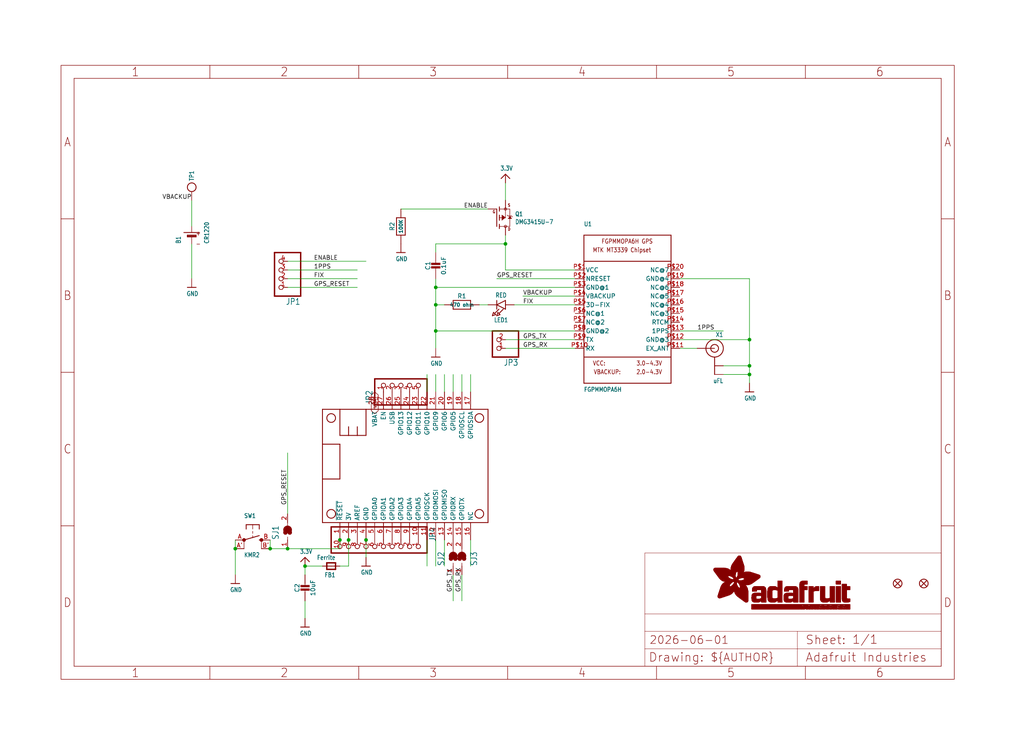
<source format=kicad_sch>
(kicad_sch (version 20230121) (generator eeschema)
  (paper "User" 298.45 217.322)
  (lib_symbols
    (symbol "working-eagle-import:3.3V" (power)
      (property "Value" "3.3V" (at -1.524 1.016 0))
      (symbol "3.3V_1_0"
        (pin power_in line (at 0 -2.54 90) (length 2.54) (name "3.3V") (number "1"))
      )
    )
    (symbol "working-eagle-import:ANTENNA_U.FL"
      (property "Reference" "X" (at -2.54 3.302 0))
      (symbol "ANTENNA_U.FL_1_0"
        (pin passive line (at -2.54 -5.08 0) (length 2.54) (name "GND@0") (number "1"))
        (pin passive line (at -2.54 -7.62 0) (length 2.54) (name "GND@1") (number "2"))
        (pin passive line (at 5.08 0 180) (length 5.08) (name "SIGNAL") (number "3"))
      )
    )
    (symbol "working-eagle-import:BATTERYCR1220_2"
      (property "Reference" "B" (at -2.54 3.175 0))
      (symbol "BATTERYCR1220_2_1_0"
        (text "+" (at 1.27 -1.143 900) (effects (font (size 1.27 1.0795)) (justify right top)))
        (text "-" (at -1.778 -1.143 900) (effects (font (size 1.27 1.0795)) (justify right top)))
        (pin passive line (at 2.54 0 180) (length 0) (name "+") (number "+"))
        (pin passive line (at -2.54 0 0) (length 0) (name "-") (number "-"))
      )
    )
    (symbol "working-eagle-import:CAP_CERAMIC0805-NOOUTLINE"
      (property "Reference" "C" (at -2.29 1.25 90))
      (symbol "CAP_CERAMIC0805-NOOUTLINE_1_0"
        (pin passive line (at 0 5.08 270) (length 2.54) (name "1") (number "1"))
        (pin passive line (at 0 -2.54 90) (length 2.54) (name "2") (number "2"))
      )
    )
    (symbol "working-eagle-import:FEATHERWING"
      (symbol "FEATHERWING_1_0"
        (pin input line (at 5.08 -5.08 90) (length 5.08) (name "~{RESET}") (number "1"))
        (pin bidirectional line (at 27.94 -5.08 90) (length 5.08) (name "GPIOA5") (number "10"))
        (pin bidirectional line (at 30.48 -5.08 90) (length 5.08) (name "GPIOSCK") (number "11"))
        (pin bidirectional line (at 33.02 -5.08 90) (length 5.08) (name "GPIOMOSI") (number "12"))
        (pin bidirectional line (at 35.56 -5.08 90) (length 5.08) (name "GPIOMISO") (number "13"))
        (pin bidirectional line (at 38.1 -5.08 90) (length 5.08) (name "GPIORX") (number "14"))
        (pin bidirectional line (at 40.64 -5.08 90) (length 5.08) (name "GPIOTX") (number "15"))
        (pin passive line (at 43.18 -5.08 90) (length 5.08) (name "NC") (number "16"))
        (pin bidirectional line (at 43.18 38.1 270) (length 5.08) (name "GPIOSDA") (number "17"))
        (pin bidirectional line (at 40.64 38.1 270) (length 5.08) (name "GPIOSCL") (number "18"))
        (pin bidirectional line (at 38.1 38.1 270) (length 5.08) (name "GPIO5") (number "19"))
        (pin power_in line (at 7.62 -5.08 90) (length 5.08) (name "3V") (number "2"))
        (pin bidirectional line (at 35.56 38.1 270) (length 5.08) (name "GPIO6") (number "20"))
        (pin bidirectional line (at 33.02 38.1 270) (length 5.08) (name "GPIO9") (number "21"))
        (pin bidirectional line (at 30.48 38.1 270) (length 5.08) (name "GPIO10") (number "22"))
        (pin bidirectional line (at 27.94 38.1 270) (length 5.08) (name "GPIO11") (number "23"))
        (pin bidirectional line (at 25.4 38.1 270) (length 5.08) (name "GPIO12") (number "24"))
        (pin bidirectional line (at 22.86 38.1 270) (length 5.08) (name "GPIO13") (number "25"))
        (pin power_in line (at 20.32 38.1 270) (length 5.08) (name "USB") (number "26"))
        (pin passive line (at 17.78 38.1 270) (length 5.08) (name "EN") (number "27"))
        (pin power_in line (at 15.24 38.1 270) (length 5.08) (name "VBAT") (number "28"))
        (pin passive line (at 10.16 -5.08 90) (length 5.08) (name "AREF") (number "3"))
        (pin power_in line (at 12.7 -5.08 90) (length 5.08) (name "GND") (number "4"))
        (pin bidirectional line (at 15.24 -5.08 90) (length 5.08) (name "GPIOA0") (number "5"))
        (pin bidirectional line (at 17.78 -5.08 90) (length 5.08) (name "GPIOA1") (number "6"))
        (pin bidirectional line (at 20.32 -5.08 90) (length 5.08) (name "GPIOA2") (number "7"))
        (pin bidirectional line (at 22.86 -5.08 90) (length 5.08) (name "GPIOA3") (number "8"))
        (pin bidirectional line (at 25.4 -5.08 90) (length 5.08) (name "GPIOA4") (number "9"))
      )
    )
    (symbol "working-eagle-import:FERRITE-0805NO"
      (property "Reference" "FB" (at -1.27 1.905 0))
      (symbol "FERRITE-0805NO_1_0"
        (pin passive line (at -2.54 0 0) (length 2.54) (name "P$1") (number "1"))
        (pin passive line (at 2.54 0 180) (length 2.54) (name "P$2") (number "2"))
      )
    )
    (symbol "working-eagle-import:FIDUCIAL{dblquote}{dblquote}")
    (symbol "working-eagle-import:FRAME_A4_ADAFRUIT"
      (symbol "FRAME_A4_ADAFRUIT_1_0"
        (text "${#}/${##}" (at 230.505 10.16 0) (effects (font (size 2.54 2.54)) (justify left bottom)))
        (text "${AUTHOR}" (at 189.23 5.08 0) (effects (font (size 2.286 2.286)) (justify left bottom)))
        (text "${CURRENT_DATE}" (at 171.45 10.16 0) (effects (font (size 2.286 2.286)) (justify left bottom)))
        (text "${PROJECTNAME}" (at 171.45 15.24 0) (effects (font (size 2.54 2.54)) (justify left bottom)))
        (text "1" (at 21.6958 1.905 0) (effects (font (size 2.54 2.286))))
        (text "1" (at 21.6958 177.165 0) (effects (font (size 2.54 2.286))))
        (text "2" (at 65.0875 1.905 0) (effects (font (size 2.54 2.286))))
        (text "2" (at 65.0875 177.165 0) (effects (font (size 2.54 2.286))))
        (text "3" (at 108.4792 1.905 0) (effects (font (size 2.54 2.286))))
        (text "3" (at 108.4792 177.165 0) (effects (font (size 2.54 2.286))))
        (text "4" (at 151.8708 1.905 0) (effects (font (size 2.54 2.286))))
        (text "4" (at 151.8708 177.165 0) (effects (font (size 2.54 2.286))))
        (text "5" (at 195.2625 1.905 0) (effects (font (size 2.54 2.286))))
        (text "5" (at 195.2625 177.165 0) (effects (font (size 2.54 2.286))))
        (text "6" (at 238.6542 1.905 0) (effects (font (size 2.54 2.286))))
        (text "6" (at 238.6542 177.165 0) (effects (font (size 2.54 2.286))))
        (text "A" (at 1.905 156.6863 0) (effects (font (size 2.54 2.286))))
        (text "A" (at 258.445 156.6863 0) (effects (font (size 2.54 2.286))))
        (text "Adafruit Industries" (at 216.916 4.953 0) (effects (font (size 2.54 2.54)) (justify left bottom)))
        (text "B" (at 1.905 111.9188 0) (effects (font (size 2.54 2.286))))
        (text "B" (at 258.445 111.9188 0) (effects (font (size 2.54 2.286))))
        (text "C" (at 1.905 67.1513 0) (effects (font (size 2.54 2.286))))
        (text "C" (at 258.445 67.1513 0) (effects (font (size 2.54 2.286))))
        (text "D" (at 1.905 22.3838 0) (effects (font (size 2.54 2.286))))
        (text "D" (at 258.445 22.3838 0) (effects (font (size 2.54 2.286))))
        (text "Drawing:" (at 171.196 4.953 0) (effects (font (size 2.54 2.54)) (justify left bottom)))
        (text "Sheet:" (at 216.916 10.033 0) (effects (font (size 2.54 2.54)) (justify left bottom)))
      )
    )
    (symbol "working-eagle-import:GND" (power)
      (property "Value" "GND" (at -1.524 -2.54 0))
      (symbol "GND_1_0"
        (pin power_in line (at 0 2.54 270) (length 2.54) (name "GND") (number "1"))
      )
    )
    (symbol "working-eagle-import:GPS_FGPMMOPA6H"
      (property "Reference" "U" (at -12.7 22.86 0))
      (symbol "GPS_FGPMMOPA6H_1_0"
        (text "2.0-4.3V" (at 2.54 -20.32 0) (effects (font (size 1.27 1.0795)) (justify left bottom)))
        (text "3.0-4.3V" (at 2.54 -17.78 0) (effects (font (size 1.27 1.0795)) (justify left bottom)))
        (text "FGPMMOPA6H GPS" (at -7.62 17.78 0) (effects (font (size 1.27 1.0795)) (justify left bottom)))
        (text "MTK MT3339 Chipset" (at -10.16 15.24 0) (effects (font (size 1.27 1.0795)) (justify left bottom)))
        (text "VBACKUP:" (at -9.906 -20.32 0) (effects (font (size 1.27 1.0795)) (justify left bottom)))
        (text "VCC:" (at -10.16 -17.78 0) (effects (font (size 1.27 1.0795)) (justify left bottom)))
        (pin bidirectional line (at -15.24 10.16 0) (length 2.54) (name "VCC") (number "P$1"))
        (pin bidirectional line (at -15.24 -12.7 0) (length 2.54) (name "RX") (number "P$10"))
        (pin bidirectional line (at 15.24 -12.7 180) (length 2.54) (name "EX_ANT") (number "P$11"))
        (pin bidirectional line (at 15.24 -10.16 180) (length 2.54) (name "GND@3") (number "P$12"))
        (pin bidirectional line (at 15.24 -7.62 180) (length 2.54) (name "1PPS") (number "P$13"))
        (pin bidirectional line (at 15.24 -5.08 180) (length 2.54) (name "RTCM") (number "P$14"))
        (pin bidirectional line (at 15.24 -2.54 180) (length 2.54) (name "NC@3") (number "P$15"))
        (pin bidirectional line (at 15.24 0 180) (length 2.54) (name "NC@4") (number "P$16"))
        (pin bidirectional line (at 15.24 2.54 180) (length 2.54) (name "NC@5") (number "P$17"))
        (pin bidirectional line (at 15.24 5.08 180) (length 2.54) (name "NC@6") (number "P$18"))
        (pin bidirectional line (at 15.24 7.62 180) (length 2.54) (name "GND@4") (number "P$19"))
        (pin bidirectional line (at -15.24 7.62 0) (length 2.54) (name "NRESET") (number "P$2"))
        (pin bidirectional line (at 15.24 10.16 180) (length 2.54) (name "NC@7") (number "P$20"))
        (pin bidirectional line (at -15.24 5.08 0) (length 2.54) (name "GND@1") (number "P$3"))
        (pin bidirectional line (at -15.24 2.54 0) (length 2.54) (name "VBACKUP") (number "P$4"))
        (pin bidirectional line (at -15.24 0 0) (length 2.54) (name "3D-FIX") (number "P$5"))
        (pin bidirectional line (at -15.24 -2.54 0) (length 2.54) (name "NC@1") (number "P$6"))
        (pin bidirectional line (at -15.24 -5.08 0) (length 2.54) (name "NC@2") (number "P$7"))
        (pin bidirectional line (at -15.24 -7.62 0) (length 2.54) (name "GND@2") (number "P$8"))
        (pin bidirectional line (at -15.24 -10.16 0) (length 2.54) (name "TX") (number "P$9"))
      )
    )
    (symbol "working-eagle-import:HEADER-1X10ROUND"
      (property "Reference" "JP" (at -6.35 13.335 0))
      (symbol "HEADER-1X10ROUND_1_0"
        (pin passive inverted (at -2.54 10.16 0) (length 2.54) (name "1") (number "1"))
        (pin passive inverted (at -2.54 -12.7 0) (length 2.54) (name "10") (number "10"))
        (pin passive inverted (at -2.54 7.62 0) (length 2.54) (name "2") (number "2"))
        (pin passive inverted (at -2.54 5.08 0) (length 2.54) (name "3") (number "3"))
        (pin passive inverted (at -2.54 2.54 0) (length 2.54) (name "4") (number "4"))
        (pin passive inverted (at -2.54 0 0) (length 2.54) (name "5") (number "5"))
        (pin passive inverted (at -2.54 -2.54 0) (length 2.54) (name "6") (number "6"))
        (pin passive inverted (at -2.54 -5.08 0) (length 2.54) (name "7") (number "7"))
        (pin passive inverted (at -2.54 -7.62 0) (length 2.54) (name "8") (number "8"))
        (pin passive inverted (at -2.54 -10.16 0) (length 2.54) (name "9") (number "9"))
      )
    )
    (symbol "working-eagle-import:HEADER-1X2ROUND"
      (property "Reference" "JP" (at -6.35 5.715 0))
      (symbol "HEADER-1X2ROUND_1_0"
        (pin passive inverted (at -2.54 2.54 0) (length 2.54) (name "1") (number "1"))
        (pin passive inverted (at -2.54 0 0) (length 2.54) (name "2") (number "2"))
      )
    )
    (symbol "working-eagle-import:HEADER-1X4ROUND"
      (property "Reference" "JP" (at -6.35 8.255 0))
      (symbol "HEADER-1X4ROUND_1_0"
        (pin passive inverted (at -2.54 5.08 0) (length 2.54) (name "1") (number "1"))
        (pin passive inverted (at -2.54 2.54 0) (length 2.54) (name "2") (number "2"))
        (pin passive inverted (at -2.54 0 0) (length 2.54) (name "3") (number "3"))
        (pin passive inverted (at -2.54 -2.54 0) (length 2.54) (name "4") (number "4"))
      )
    )
    (symbol "working-eagle-import:HEADER-1X570MIL"
      (property "Reference" "JP" (at -6.35 8.255 0))
      (symbol "HEADER-1X570MIL_1_0"
        (pin passive inverted (at -2.54 5.08 0) (length 2.54) (name "1") (number "1"))
        (pin passive inverted (at -2.54 2.54 0) (length 2.54) (name "2") (number "2"))
        (pin passive inverted (at -2.54 0 0) (length 2.54) (name "3") (number "3"))
        (pin passive inverted (at -2.54 -2.54 0) (length 2.54) (name "4") (number "4"))
        (pin passive inverted (at -2.54 -5.08 0) (length 2.54) (name "5") (number "5"))
      )
    )
    (symbol "working-eagle-import:LED0805_NOOUTLINE"
      (property "Reference" "D" (at -1.27 4.445 0))
      (symbol "LED0805_NOOUTLINE_1_0"
        (pin passive line (at -5.08 0 0) (length 2.54) (name "A") (number "A"))
        (pin passive line (at 2.54 0 180) (length 2.54) (name "C") (number "C"))
      )
    )
    (symbol "working-eagle-import:MOSFET-PWIDE"
      (property "Reference" "Q" (at 2.794 0.381 0))
      (symbol "MOSFET-PWIDE_1_0"
        (text "D" (at 0.635 -3.81 0) (effects (font (size 0.8128 0.6908)) (justify left bottom)))
        (text "G" (at -3.81 1.27 0) (effects (font (size 0.8128 0.6908)) (justify left bottom)))
        (text "S" (at 0.635 3.175 0) (effects (font (size 0.8128 0.6908)) (justify left bottom)))
        (pin passive line (at -5.08 2.54 0) (length 2.54) (name "G") (number "1"))
        (pin passive line (at 0 5.08 270) (length 2.54) (name "S") (number "2"))
        (pin passive line (at 0 -5.08 90) (length 2.54) (name "D") (number "3"))
      )
    )
    (symbol "working-eagle-import:RESISTOR0805_NOOUTLINE"
      (property "Reference" "R" (at 0 2.54 0))
      (symbol "RESISTOR0805_NOOUTLINE_1_0"
        (pin passive line (at -5.08 0 0) (length 2.54) (name "1") (number "1"))
        (pin passive line (at 5.08 0 180) (length 2.54) (name "2") (number "2"))
      )
    )
    (symbol "working-eagle-import:SOLDERJUMPER"
      (property "Reference" "SJ" (at -2.54 2.54 0))
      (symbol "SOLDERJUMPER_1_0"
        (pin passive line (at -5.08 0 0) (length 2.54) (name "1") (number "1"))
        (pin passive line (at 5.08 0 180) (length 2.54) (name "2") (number "2"))
      )
    )
    (symbol "working-eagle-import:SOLDERJUMPERCLOSED"
      (property "Reference" "SJ" (at -2.54 2.54 0))
      (symbol "SOLDERJUMPERCLOSED_1_0"
        (pin passive line (at -5.08 0 0) (length 2.54) (name "1") (number "1"))
        (pin passive line (at 5.08 0 180) (length 2.54) (name "2") (number "2"))
      )
    )
    (symbol "working-eagle-import:SWITCH_TACT_SMT4.6X2.8"
      (property "Reference" "SW" (at -2.54 6.35 0))
      (symbol "SWITCH_TACT_SMT4.6X2.8_1_0"
        (pin passive line (at -5.08 0 0) (length 2.54) (name "P") (number "A"))
        (pin passive line (at -5.08 -2.54 0) (length 2.54) (name "P1") (number "A'"))
        (pin passive line (at 5.08 0 180) (length 2.54) (name "S") (number "B"))
        (pin passive line (at 5.08 -2.54 180) (length 2.54) (name "S1") (number "B'"))
      )
    )
    (symbol "working-eagle-import:TESTPOINTROUND1.5MM"
      (property "Reference" "TP" (at 0 5.588 90))
      (symbol "TESTPOINTROUND1.5MM_1_0"
        (pin bidirectional line (at 0 0 90) (length 2.54) (name "P$1") (number "P$1"))
      )
    )
  )
  (junction (at 78.74 160.02))
  (junction (at 147.32 71.12))
  (junction (at 99.06 157.48))
  (junction (at 127 83.82))
  (junction (at 127 96.52))
  (junction (at 106.68 157.48))
  (junction (at 68.58 160.02))
  (junction (at 218.44 109.22))
  (junction (at 88.9 165.1))
  (junction (at 218.44 99.06))
  (junction (at 83.82 160.02))
  (junction (at 127 88.9))
  (junction (at 101.6 157.48))
  (junction (at 218.44 106.68))
  (wire (pts (xy 78.74 160.02) (xy 83.82 160.02)) (stroke (width 0.1524)))
  (wire (pts (xy 101.6 165.1) (xy 99.06 165.1)) (stroke (width 0.1524)))
  (wire (pts (xy 142.24 60.96) (xy 116.84 60.96)) (stroke (width 0.1524)))
  (wire (pts (xy 83.82 81.28) (xy 104.14 81.28)) (stroke (width 0.1524)))
  (wire (pts (xy 127 88.9) (xy 127 96.52)) (stroke (width 0.1524)))
  (wire (pts (xy 137.16 157.48) (xy 137.16 165.1)) (stroke (width 0.1524)))
  (wire (pts (xy 68.58 157.48) (xy 68.58 160.02)) (stroke (width 0.1524)))
  (wire (pts (xy 167.64 78.74) (xy 147.32 78.74)) (stroke (width 0.1524)))
  (wire (pts (xy 127 96.52) (xy 127 101.6)) (stroke (width 0.1524)))
  (wire (pts (xy 129.54 157.48) (xy 129.54 165.1)) (stroke (width 0.1524)))
  (wire (pts (xy 218.44 109.22) (xy 218.44 111.76)) (stroke (width 0.1524)))
  (wire (pts (xy 218.44 106.68) (xy 218.44 109.22)) (stroke (width 0.1524)))
  (wire (pts (xy 147.32 71.12) (xy 147.32 78.74)) (stroke (width 0.1524)))
  (wire (pts (xy 134.62 109.22) (xy 134.62 114.3)) (stroke (width 0.1524)))
  (wire (pts (xy 104.14 83.82) (xy 83.82 83.82)) (stroke (width 0.1524)))
  (wire (pts (xy 210.82 106.68) (xy 218.44 106.68)) (stroke (width 0.1524)))
  (wire (pts (xy 147.32 68.58) (xy 147.32 71.12)) (stroke (width 0.1524)))
  (wire (pts (xy 129.54 88.9) (xy 127 88.9)) (stroke (width 0.1524)))
  (wire (pts (xy 167.64 99.06) (xy 147.32 99.06)) (stroke (width 0.1524)))
  (wire (pts (xy 137.16 109.22) (xy 137.16 114.3)) (stroke (width 0.1524)))
  (wire (pts (xy 78.74 157.48) (xy 78.74 160.02)) (stroke (width 0.1524)))
  (wire (pts (xy 167.64 81.28) (xy 144.78 81.28)) (stroke (width 0.1524)))
  (wire (pts (xy 55.88 71.12) (xy 55.88 81.28)) (stroke (width 0.1524)))
  (wire (pts (xy 198.12 96.52) (xy 210.82 96.52)) (stroke (width 0.1524)))
  (wire (pts (xy 88.9 165.1) (xy 88.9 167.64)) (stroke (width 0.1524)))
  (wire (pts (xy 167.64 86.36) (xy 152.4 86.36)) (stroke (width 0.1524)))
  (wire (pts (xy 93.98 165.1) (xy 88.9 165.1)) (stroke (width 0.1524)))
  (wire (pts (xy 99.06 160.02) (xy 99.06 157.48)) (stroke (width 0.1524)))
  (wire (pts (xy 134.62 167.64) (xy 134.62 175.26)) (stroke (width 0.1524)))
  (wire (pts (xy 68.58 160.02) (xy 68.58 167.64)) (stroke (width 0.1524)))
  (wire (pts (xy 127 83.82) (xy 127 88.9)) (stroke (width 0.1524)))
  (wire (pts (xy 88.9 175.26) (xy 88.9 180.34)) (stroke (width 0.1524)))
  (wire (pts (xy 147.32 53.34) (xy 147.32 58.42)) (stroke (width 0.1524)))
  (wire (pts (xy 198.12 101.6) (xy 203.2 101.6)) (stroke (width 0.1524)))
  (wire (pts (xy 127 81.28) (xy 127 83.82)) (stroke (width 0.1524)))
  (wire (pts (xy 218.44 99.06) (xy 218.44 106.68)) (stroke (width 0.1524)))
  (wire (pts (xy 83.82 78.74) (xy 104.14 78.74)) (stroke (width 0.1524)))
  (wire (pts (xy 142.24 88.9) (xy 139.7 88.9)) (stroke (width 0.1524)))
  (wire (pts (xy 101.6 157.48) (xy 101.6 165.1)) (stroke (width 0.1524)))
  (wire (pts (xy 167.64 96.52) (xy 127 96.52)) (stroke (width 0.1524)))
  (wire (pts (xy 127 73.66) (xy 127 71.12)) (stroke (width 0.1524)))
  (wire (pts (xy 124.46 109.22) (xy 124.46 114.3)) (stroke (width 0.1524)))
  (wire (pts (xy 124.46 157.48) (xy 124.46 165.1)) (stroke (width 0.1524)))
  (wire (pts (xy 55.88 66.04) (xy 55.88 58.42)) (stroke (width 0.1524)))
  (wire (pts (xy 210.82 109.22) (xy 218.44 109.22)) (stroke (width 0.1524)))
  (wire (pts (xy 106.68 162.56) (xy 106.68 157.48)) (stroke (width 0.1524)))
  (wire (pts (xy 198.12 81.28) (xy 218.44 81.28)) (stroke (width 0.1524)))
  (wire (pts (xy 167.64 88.9) (xy 149.86 88.9)) (stroke (width 0.1524)))
  (wire (pts (xy 83.82 160.02) (xy 99.06 160.02)) (stroke (width 0.1524)))
  (wire (pts (xy 132.08 109.22) (xy 132.08 114.3)) (stroke (width 0.1524)))
  (wire (pts (xy 132.08 167.64) (xy 132.08 175.26)) (stroke (width 0.1524)))
  (wire (pts (xy 83.82 76.2) (xy 106.68 76.2)) (stroke (width 0.1524)))
  (wire (pts (xy 198.12 99.06) (xy 218.44 99.06)) (stroke (width 0.1524)))
  (wire (pts (xy 218.44 81.28) (xy 218.44 99.06)) (stroke (width 0.1524)))
  (wire (pts (xy 167.64 101.6) (xy 147.32 101.6)) (stroke (width 0.1524)))
  (wire (pts (xy 127 157.48) (xy 127 165.1)) (stroke (width 0.1524)))
  (wire (pts (xy 167.64 83.82) (xy 127 83.82)) (stroke (width 0.1524)))
  (wire (pts (xy 83.82 149.86) (xy 83.82 132.08)) (stroke (width 0.1524)))
  (wire (pts (xy 129.54 109.22) (xy 129.54 114.3)) (stroke (width 0.1524)))
  (wire (pts (xy 127 71.12) (xy 147.32 71.12)) (stroke (width 0.1524)))
  (wire (pts (xy 127 109.22) (xy 127 114.3)) (stroke (width 0.1524)))
  (label "GPS_TX" (at 132.08 172.72 90) (effects (font (size 1.2446 1.2446))))
  (label "VBACKUP" (at 55.88 58.42 180) (effects (font (size 1.2446 1.2446))))
  (label "GPS_RESET" (at 91.44 83.82 0) (effects (font (size 1.2446 1.2446))))
  (label "GPS_RX" (at 152.4 101.6 0) (effects (font (size 1.2446 1.2446))))
  (label "GPS_RESET" (at 144.78 81.28 0) (effects (font (size 1.2446 1.2446))))
  (label "ENABLE" (at 91.44 76.2 0) (effects (font (size 1.2446 1.2446))))
  (label "ENABLE" (at 142.24 60.96 180) (effects (font (size 1.2446 1.2446))))
  (label "GPS_TX" (at 152.4 99.06 0) (effects (font (size 1.2446 1.2446))))
  (label "1PPS" (at 91.44 78.74 0) (effects (font (size 1.2446 1.2446))))
  (label "1PPS" (at 203.2 96.52 0) (effects (font (size 1.2446 1.2446))))
  (label "FIX" (at 91.44 81.28 0) (effects (font (size 1.2446 1.2446))))
  (label "VBACKUP" (at 152.4 86.36 0) (effects (font (size 1.2446 1.2446))))
  (label "GPS_RESET" (at 83.82 147.32 90) (effects (font (size 1.2446 1.2446))))
  (label "FIX" (at 152.4 88.9 0) (effects (font (size 1.2446 1.2446))))
  (label "GPS_RX" (at 134.62 172.72 90) (effects (font (size 1.2446 1.2446))))
  (global_label "VBAT" (shape bidirectional) (at 109.22 114.3 270) (effects (font (size 1.016 1.016))) (property "Intersheetrefs" "${INTERSHEET_REFS}" (effects hide)))
  (symbol (lib_id "working-eagle-import:GND") (at 106.68 165.1 0) (unit 1)
    (property "Reference" "#U$8" (effects hide))
    (property "Value" "GND" (at 105.156 167.64 0) (effects (font (size 1.27 1.0795)) (justify left bottom)))
  )
  (symbol (lib_id "working-eagle-import:SOLDERJUMPERCLOSED") (at 132.08 162.56 90) (unit 1)
    (property "Reference" "SJ2" (at 129.54 165.1 0) (effects (font (size 1.778 1.5113)) (justify left bottom)))
    (property "Value" "SOLDERJUMPERCLOSED" (effects hide))
    (property "Footprint" "working:SOLDERJUMPER_CLOSEDWIRE" (effects hide))
  )
  (symbol (lib_id "working-eagle-import:3.3V") (at 88.9 162.56 0) (unit 1)
    (property "Reference" "#U$3" (effects hide))
    (property "Value" "3.3V" (at 87.376 161.544 0) (effects (font (size 1.27 1.0795)) (justify left bottom)))
  )
  (symbol (lib_id "working-eagle-import:FIDUCIAL{dblquote}{dblquote}") (at 261.62 170.18 0) (unit 1)
    (property "Reference" "FID2" (effects hide))
    (property "Value" "FIDUCIAL{dblquote}{dblquote}" (effects hide))
    (property "Footprint" "working:FIDUCIAL_1MM" (effects hide))
  )
  (symbol (lib_id "working-eagle-import:GND") (at 127 104.14 0) (unit 1)
    (property "Reference" "#U$2" (effects hide))
    (property "Value" "GND" (at 125.476 106.68 0) (effects (font (size 1.27 1.0795)) (justify left bottom)))
  )
  (symbol (lib_id "working-eagle-import:RESISTOR0805_NOOUTLINE") (at 134.62 88.9 0) (unit 1)
    (property "Reference" "R1" (at 134.62 86.36 0))
    (property "Value" "470 ohm" (at 134.62 88.9 0) (effects (font (size 1.016 1.016) bold)))
    (property "Footprint" "working:0805-NO" (effects hide))
  )
  (symbol (lib_id "working-eagle-import:GND") (at 68.58 170.18 0) (unit 1)
    (property "Reference" "#U$6" (effects hide))
    (property "Value" "GND" (at 67.056 172.72 0) (effects (font (size 1.27 1.0795)) (justify left bottom)))
  )
  (symbol (lib_id "working-eagle-import:GND") (at 88.9 182.88 0) (unit 1)
    (property "Reference" "#U$5" (effects hide))
    (property "Value" "GND" (at 87.376 185.42 0) (effects (font (size 1.27 1.0795)) (justify left bottom)))
  )
  (symbol (lib_id "working-eagle-import:3.3V") (at 147.32 50.8 0) (unit 1)
    (property "Reference" "#U$4" (effects hide))
    (property "Value" "3.3V" (at 145.796 49.784 0) (effects (font (size 1.27 1.0795)) (justify left bottom)))
  )
  (symbol (lib_id "working-eagle-import:LED0805_NOOUTLINE") (at 144.78 88.9 180) (unit 1)
    (property "Reference" "LED1" (at 146.05 93.345 0) (effects (font (size 1.27 1.0795))))
    (property "Value" "RED" (at 146.05 86.106 0) (effects (font (size 1.27 1.0795))))
    (property "Footprint" "working:CHIPLED_0805_NOOUTLINE" (effects hide))
  )
  (symbol (lib_id "working-eagle-import:FERRITE-0805NO") (at 96.52 165.1 180) (unit 1)
    (property "Reference" "FB1" (at 97.79 167.005 0) (effects (font (size 1.27 1.0795)) (justify left bottom)))
    (property "Value" "Ferrite" (at 97.79 161.925 0) (effects (font (size 1.27 1.0795)) (justify left bottom)))
    (property "Footprint" "working:0805-NO" (effects hide))
  )
  (symbol (lib_id "working-eagle-import:MOSFET-PWIDE") (at 147.32 63.5 0) (unit 1)
    (property "Reference" "Q1" (at 150.114 63.119 0) (effects (font (size 1.27 1.0795)) (justify left bottom)))
    (property "Value" "DMG3415U-7 " (at 150.114 65.405 0) (effects (font (size 1.27 1.0795)) (justify left bottom)))
    (property "Footprint" "working:SOT23-WIDE" (effects hide))
  )
  (symbol (lib_id "working-eagle-import:FIDUCIAL{dblquote}{dblquote}") (at 269.24 170.18 0) (unit 1)
    (property "Reference" "FID1" (effects hide))
    (property "Value" "FIDUCIAL{dblquote}{dblquote}" (effects hide))
    (property "Footprint" "working:FIDUCIAL_1MM" (effects hide))
  )
  (symbol (lib_id "working-eagle-import:SOLDERJUMPER") (at 83.82 154.94 90) (unit 1)
    (property "Reference" "SJ1" (at 81.28 157.48 0) (effects (font (size 1.778 1.5113)) (justify left bottom)))
    (property "Value" "SOLDERJUMPER" (effects hide))
    (property "Footprint" "working:SOLDERJUMPER_ARROW_NOPASTE" (effects hide))
  )
  (symbol (lib_id "working-eagle-import:GND") (at 116.84 73.66 0) (unit 1)
    (property "Reference" "#U$7" (effects hide))
    (property "Value" "GND" (at 115.316 76.2 0) (effects (font (size 1.27 1.0795)) (justify left bottom)))
  )
  (symbol (lib_id "working-eagle-import:CAP_CERAMIC0805-NOOUTLINE") (at 88.9 172.72 0) (unit 1)
    (property "Reference" "C2" (at 86.61 171.47 90))
    (property "Value" "10uF" (at 91.2 171.47 90))
    (property "Footprint" "working:0805-NO" (effects hide))
  )
  (symbol (lib_id "working-eagle-import:SOLDERJUMPERCLOSED") (at 134.62 162.56 270) (mirror x) (unit 1)
    (property "Reference" "SJ3" (at 137.16 165.1 0) (effects (font (size 1.778 1.5113)) (justify left bottom)))
    (property "Value" "SOLDERJUMPERCLOSED" (effects hide))
    (property "Footprint" "working:SOLDERJUMPER_CLOSEDWIRE" (effects hide))
  )
  (symbol (lib_id "working-eagle-import:RESISTOR0805_NOOUTLINE") (at 116.84 66.04 90) (unit 1)
    (property "Reference" "R2" (at 114.3 66.04 0))
    (property "Value" "100K" (at 116.84 66.04 0) (effects (font (size 1.016 1.016) bold)))
    (property "Footprint" "working:0805-NO" (effects hide))
  )
  (symbol (lib_id "working-eagle-import:HEADER-1X570MIL") (at 116.84 111.76 90) (unit 1)
    (property "Reference" "JP2" (at 108.585 118.11 0) (effects (font (size 1.778 1.5113)) (justify left bottom)))
    (property "Value" "HEADER-1X570MIL" (effects hide))
    (property "Footprint" "working:1X05_ROUND_70" (effects hide))
  )
  (symbol (lib_id "working-eagle-import:ANTENNA_U.FL") (at 208.28 101.6 0) (mirror y) (unit 1)
    (property "Reference" "X1" (at 210.82 98.298 0) (effects (font (size 1.27 1.0795)) (justify left bottom)))
    (property "Value" "uFL" (at 210.82 111.76 0) (effects (font (size 1.27 1.0795)) (justify left bottom)))
    (property "Footprint" "working:U.FL" (effects hide))
  )
  (symbol (lib_id "working-eagle-import:TESTPOINTROUND1.5MM") (at 55.88 58.42 0) (unit 1)
    (property "Reference" "TP1" (at 55.88 52.832 90) (effects (font (size 1.27 1.0795)) (justify left)))
    (property "Value" "TESTPOINTROUND1.5MM" (effects hide))
    (property "Footprint" "working:TESTPOINT_ROUND_1.5MM" (effects hide))
  )
  (symbol (lib_id "working-eagle-import:HEADER-1X4ROUND") (at 81.28 78.74 180) (unit 1)
    (property "Reference" "JP1" (at 87.63 86.995 0) (effects (font (size 1.778 1.5113)) (justify left bottom)))
    (property "Value" "HEADER-1X4ROUND" (effects hide))
    (property "Footprint" "working:1X04_ROUND" (effects hide))
  )
  (symbol (lib_id "working-eagle-import:GND") (at 55.88 83.82 0) (unit 1)
    (property "Reference" "#U$14" (effects hide))
    (property "Value" "GND" (at 54.356 86.36 0) (effects (font (size 1.27 1.0795)) (justify left bottom)))
  )
  (symbol (lib_id "working-eagle-import:FRAME_A4_ADAFRUIT") (at 17.78 198.12 0) (unit 1)
    (property "Reference" "#U$1" (effects hide))
    (property "Value" "FRAME_A4_ADAFRUIT" (effects hide))
  )
  (symbol (lib_id "working-eagle-import:FEATHERWING") (at 93.98 152.4 0) (unit 1)
    (property "Reference" "MS1" (effects hide))
    (property "Value" "FEATHERWING" (effects hide))
    (property "Footprint" "working:FEATHERWING" (effects hide))
  )
  (symbol (lib_id "working-eagle-import:HEADER-1X2ROUND") (at 144.78 99.06 180) (unit 1)
    (property "Reference" "JP3" (at 151.13 104.775 0) (effects (font (size 1.778 1.5113)) (justify left bottom)))
    (property "Value" "HEADER-1X2ROUND" (effects hide))
    (property "Footprint" "working:1X02_ROUND" (effects hide))
  )
  (symbol (lib_id "working-eagle-import:GPS_FGPMMOPA6H") (at 182.88 88.9 0) (unit 1)
    (property "Reference" "U1" (at 170.18 66.04 0) (effects (font (size 1.27 1.0795)) (justify left bottom)))
    (property "Value" "FGPMMOPA6H" (at 170.18 114.3 0) (effects (font (size 1.27 1.0795)) (justify left bottom)))
    (property "Footprint" "working:FGPMMOPA6H" (effects hide))
  )
  (symbol (lib_id "working-eagle-import:GND") (at 218.44 114.3 0) (unit 1)
    (property "Reference" "#U$19" (effects hide))
    (property "Value" "GND" (at 216.916 116.84 0) (effects (font (size 1.27 1.0795)) (justify left bottom)))
  )
  (symbol (lib_id "working-eagle-import:CAP_CERAMIC0805-NOOUTLINE") (at 127 78.74 0) (unit 1)
    (property "Reference" "C1" (at 124.71 77.49 90))
    (property "Value" "0.1uF" (at 129.3 77.49 90))
    (property "Footprint" "working:0805-NO" (effects hide))
  )
  (symbol (lib_id "working-eagle-import:BATTERYCR1220_2") (at 55.88 68.58 90) (unit 1)
    (property "Reference" "B1" (at 52.705 71.12 0) (effects (font (size 1.27 1.0795)) (justify left bottom)))
    (property "Value" "CR1220" (at 60.96 71.12 0) (effects (font (size 1.27 1.0795)) (justify left bottom)))
    (property "Footprint" "working:CR1220-2" (effects hide))
  )
  (symbol (lib_id "working-eagle-import:HEADER-1X10ROUND") (at 111.76 160.02 270) (unit 1)
    (property "Reference" "JP4" (at 125.095 153.67 0) (effects (font (size 1.778 1.5113)) (justify left bottom)))
    (property "Value" "HEADER-1X10ROUND" (effects hide))
    (property "Footprint" "working:1X10_ROUND" (effects hide))
  )
  (symbol (lib_id "working-eagle-import:SWITCH_TACT_SMT4.6X2.8") (at 73.66 157.48 0) (unit 1)
    (property "Reference" "SW1" (at 71.12 151.13 0) (effects (font (size 1.27 1.0795)) (justify left bottom)))
    (property "Value" "KMR2" (at 71.12 162.56 0) (effects (font (size 1.27 1.0795)) (justify left bottom)))
    (property "Footprint" "working:BTN_KMR2_4.6X2.8" (effects hide))
  )
)
</source>
